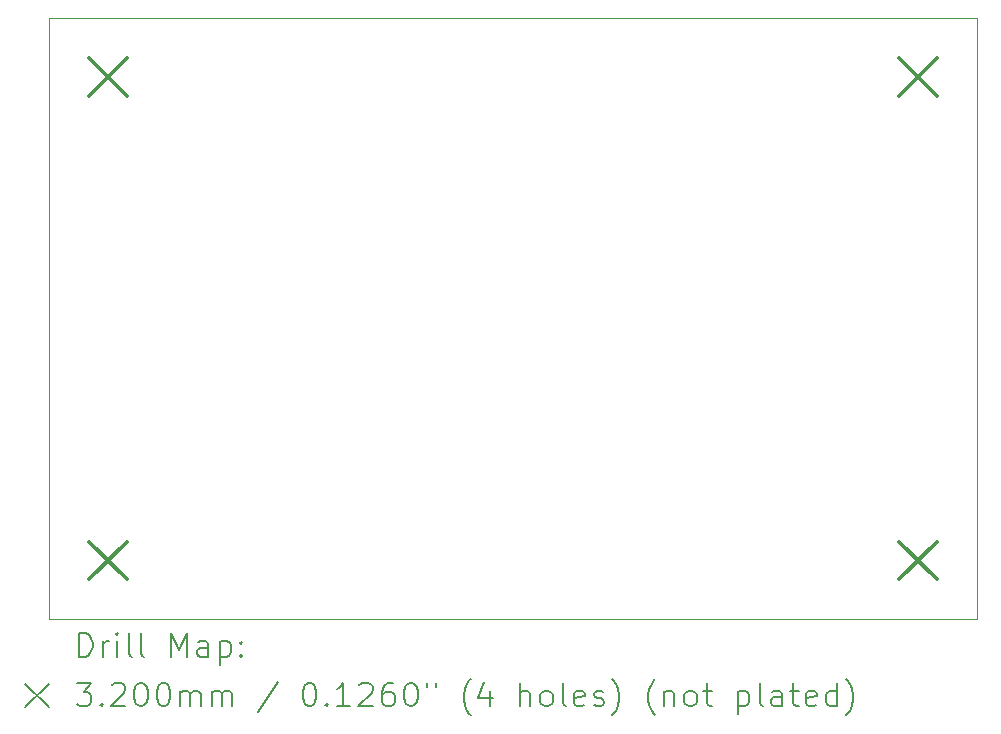
<source format=gbr>
%FSLAX45Y45*%
G04 Gerber Fmt 4.5, Leading zero omitted, Abs format (unit mm)*
G04 Created by KiCad (PCBNEW (6.0.6)) date 2022-08-27 12:41:10*
%MOMM*%
%LPD*%
G01*
G04 APERTURE LIST*
%TA.AperFunction,Profile*%
%ADD10C,0.100000*%
%TD*%
%ADD11C,0.200000*%
%ADD12C,0.320000*%
G04 APERTURE END LIST*
D10*
X14960000Y-1235000D02*
X15035000Y-1235000D01*
X15035000Y-6330000D02*
X15035000Y-1235000D01*
X7180000Y-1235000D02*
X14960000Y-1235000D01*
X7180000Y-6330000D02*
X7180000Y-1235000D01*
X7180000Y-6330000D02*
X15035000Y-6330000D01*
D11*
D12*
X7520000Y-1575000D02*
X7840000Y-1895000D01*
X7840000Y-1575000D02*
X7520000Y-1895000D01*
X7520000Y-5670000D02*
X7840000Y-5990000D01*
X7840000Y-5670000D02*
X7520000Y-5990000D01*
X14375000Y-1575000D02*
X14695000Y-1895000D01*
X14695000Y-1575000D02*
X14375000Y-1895000D01*
X14375000Y-5670000D02*
X14695000Y-5990000D01*
X14695000Y-5670000D02*
X14375000Y-5990000D01*
D11*
X7432619Y-6645476D02*
X7432619Y-6445476D01*
X7480238Y-6445476D01*
X7508809Y-6455000D01*
X7527857Y-6474048D01*
X7537381Y-6493095D01*
X7546905Y-6531190D01*
X7546905Y-6559762D01*
X7537381Y-6597857D01*
X7527857Y-6616905D01*
X7508809Y-6635952D01*
X7480238Y-6645476D01*
X7432619Y-6645476D01*
X7632619Y-6645476D02*
X7632619Y-6512143D01*
X7632619Y-6550238D02*
X7642143Y-6531190D01*
X7651667Y-6521667D01*
X7670714Y-6512143D01*
X7689762Y-6512143D01*
X7756428Y-6645476D02*
X7756428Y-6512143D01*
X7756428Y-6445476D02*
X7746905Y-6455000D01*
X7756428Y-6464524D01*
X7765952Y-6455000D01*
X7756428Y-6445476D01*
X7756428Y-6464524D01*
X7880238Y-6645476D02*
X7861190Y-6635952D01*
X7851667Y-6616905D01*
X7851667Y-6445476D01*
X7985000Y-6645476D02*
X7965952Y-6635952D01*
X7956428Y-6616905D01*
X7956428Y-6445476D01*
X8213571Y-6645476D02*
X8213571Y-6445476D01*
X8280238Y-6588333D01*
X8346905Y-6445476D01*
X8346905Y-6645476D01*
X8527857Y-6645476D02*
X8527857Y-6540714D01*
X8518333Y-6521667D01*
X8499286Y-6512143D01*
X8461190Y-6512143D01*
X8442143Y-6521667D01*
X8527857Y-6635952D02*
X8508810Y-6645476D01*
X8461190Y-6645476D01*
X8442143Y-6635952D01*
X8432619Y-6616905D01*
X8432619Y-6597857D01*
X8442143Y-6578809D01*
X8461190Y-6569286D01*
X8508810Y-6569286D01*
X8527857Y-6559762D01*
X8623095Y-6512143D02*
X8623095Y-6712143D01*
X8623095Y-6521667D02*
X8642143Y-6512143D01*
X8680238Y-6512143D01*
X8699286Y-6521667D01*
X8708810Y-6531190D01*
X8718333Y-6550238D01*
X8718333Y-6607381D01*
X8708810Y-6626428D01*
X8699286Y-6635952D01*
X8680238Y-6645476D01*
X8642143Y-6645476D01*
X8623095Y-6635952D01*
X8804048Y-6626428D02*
X8813571Y-6635952D01*
X8804048Y-6645476D01*
X8794524Y-6635952D01*
X8804048Y-6626428D01*
X8804048Y-6645476D01*
X8804048Y-6521667D02*
X8813571Y-6531190D01*
X8804048Y-6540714D01*
X8794524Y-6531190D01*
X8804048Y-6521667D01*
X8804048Y-6540714D01*
X6975000Y-6875000D02*
X7175000Y-7075000D01*
X7175000Y-6875000D02*
X6975000Y-7075000D01*
X7413571Y-6865476D02*
X7537381Y-6865476D01*
X7470714Y-6941667D01*
X7499286Y-6941667D01*
X7518333Y-6951190D01*
X7527857Y-6960714D01*
X7537381Y-6979762D01*
X7537381Y-7027381D01*
X7527857Y-7046428D01*
X7518333Y-7055952D01*
X7499286Y-7065476D01*
X7442143Y-7065476D01*
X7423095Y-7055952D01*
X7413571Y-7046428D01*
X7623095Y-7046428D02*
X7632619Y-7055952D01*
X7623095Y-7065476D01*
X7613571Y-7055952D01*
X7623095Y-7046428D01*
X7623095Y-7065476D01*
X7708809Y-6884524D02*
X7718333Y-6875000D01*
X7737381Y-6865476D01*
X7785000Y-6865476D01*
X7804048Y-6875000D01*
X7813571Y-6884524D01*
X7823095Y-6903571D01*
X7823095Y-6922619D01*
X7813571Y-6951190D01*
X7699286Y-7065476D01*
X7823095Y-7065476D01*
X7946905Y-6865476D02*
X7965952Y-6865476D01*
X7985000Y-6875000D01*
X7994524Y-6884524D01*
X8004048Y-6903571D01*
X8013571Y-6941667D01*
X8013571Y-6989286D01*
X8004048Y-7027381D01*
X7994524Y-7046428D01*
X7985000Y-7055952D01*
X7965952Y-7065476D01*
X7946905Y-7065476D01*
X7927857Y-7055952D01*
X7918333Y-7046428D01*
X7908809Y-7027381D01*
X7899286Y-6989286D01*
X7899286Y-6941667D01*
X7908809Y-6903571D01*
X7918333Y-6884524D01*
X7927857Y-6875000D01*
X7946905Y-6865476D01*
X8137381Y-6865476D02*
X8156428Y-6865476D01*
X8175476Y-6875000D01*
X8185000Y-6884524D01*
X8194524Y-6903571D01*
X8204048Y-6941667D01*
X8204048Y-6989286D01*
X8194524Y-7027381D01*
X8185000Y-7046428D01*
X8175476Y-7055952D01*
X8156428Y-7065476D01*
X8137381Y-7065476D01*
X8118333Y-7055952D01*
X8108809Y-7046428D01*
X8099286Y-7027381D01*
X8089762Y-6989286D01*
X8089762Y-6941667D01*
X8099286Y-6903571D01*
X8108809Y-6884524D01*
X8118333Y-6875000D01*
X8137381Y-6865476D01*
X8289762Y-7065476D02*
X8289762Y-6932143D01*
X8289762Y-6951190D02*
X8299286Y-6941667D01*
X8318333Y-6932143D01*
X8346905Y-6932143D01*
X8365952Y-6941667D01*
X8375476Y-6960714D01*
X8375476Y-7065476D01*
X8375476Y-6960714D02*
X8385000Y-6941667D01*
X8404048Y-6932143D01*
X8432619Y-6932143D01*
X8451667Y-6941667D01*
X8461190Y-6960714D01*
X8461190Y-7065476D01*
X8556429Y-7065476D02*
X8556429Y-6932143D01*
X8556429Y-6951190D02*
X8565952Y-6941667D01*
X8585000Y-6932143D01*
X8613571Y-6932143D01*
X8632619Y-6941667D01*
X8642143Y-6960714D01*
X8642143Y-7065476D01*
X8642143Y-6960714D02*
X8651667Y-6941667D01*
X8670714Y-6932143D01*
X8699286Y-6932143D01*
X8718333Y-6941667D01*
X8727857Y-6960714D01*
X8727857Y-7065476D01*
X9118333Y-6855952D02*
X8946905Y-7113095D01*
X9375476Y-6865476D02*
X9394524Y-6865476D01*
X9413571Y-6875000D01*
X9423095Y-6884524D01*
X9432619Y-6903571D01*
X9442143Y-6941667D01*
X9442143Y-6989286D01*
X9432619Y-7027381D01*
X9423095Y-7046428D01*
X9413571Y-7055952D01*
X9394524Y-7065476D01*
X9375476Y-7065476D01*
X9356429Y-7055952D01*
X9346905Y-7046428D01*
X9337381Y-7027381D01*
X9327857Y-6989286D01*
X9327857Y-6941667D01*
X9337381Y-6903571D01*
X9346905Y-6884524D01*
X9356429Y-6875000D01*
X9375476Y-6865476D01*
X9527857Y-7046428D02*
X9537381Y-7055952D01*
X9527857Y-7065476D01*
X9518333Y-7055952D01*
X9527857Y-7046428D01*
X9527857Y-7065476D01*
X9727857Y-7065476D02*
X9613571Y-7065476D01*
X9670714Y-7065476D02*
X9670714Y-6865476D01*
X9651667Y-6894048D01*
X9632619Y-6913095D01*
X9613571Y-6922619D01*
X9804048Y-6884524D02*
X9813571Y-6875000D01*
X9832619Y-6865476D01*
X9880238Y-6865476D01*
X9899286Y-6875000D01*
X9908810Y-6884524D01*
X9918333Y-6903571D01*
X9918333Y-6922619D01*
X9908810Y-6951190D01*
X9794524Y-7065476D01*
X9918333Y-7065476D01*
X10089762Y-6865476D02*
X10051667Y-6865476D01*
X10032619Y-6875000D01*
X10023095Y-6884524D01*
X10004048Y-6913095D01*
X9994524Y-6951190D01*
X9994524Y-7027381D01*
X10004048Y-7046428D01*
X10013571Y-7055952D01*
X10032619Y-7065476D01*
X10070714Y-7065476D01*
X10089762Y-7055952D01*
X10099286Y-7046428D01*
X10108810Y-7027381D01*
X10108810Y-6979762D01*
X10099286Y-6960714D01*
X10089762Y-6951190D01*
X10070714Y-6941667D01*
X10032619Y-6941667D01*
X10013571Y-6951190D01*
X10004048Y-6960714D01*
X9994524Y-6979762D01*
X10232619Y-6865476D02*
X10251667Y-6865476D01*
X10270714Y-6875000D01*
X10280238Y-6884524D01*
X10289762Y-6903571D01*
X10299286Y-6941667D01*
X10299286Y-6989286D01*
X10289762Y-7027381D01*
X10280238Y-7046428D01*
X10270714Y-7055952D01*
X10251667Y-7065476D01*
X10232619Y-7065476D01*
X10213571Y-7055952D01*
X10204048Y-7046428D01*
X10194524Y-7027381D01*
X10185000Y-6989286D01*
X10185000Y-6941667D01*
X10194524Y-6903571D01*
X10204048Y-6884524D01*
X10213571Y-6875000D01*
X10232619Y-6865476D01*
X10375476Y-6865476D02*
X10375476Y-6903571D01*
X10451667Y-6865476D02*
X10451667Y-6903571D01*
X10746905Y-7141667D02*
X10737381Y-7132143D01*
X10718333Y-7103571D01*
X10708810Y-7084524D01*
X10699286Y-7055952D01*
X10689762Y-7008333D01*
X10689762Y-6970238D01*
X10699286Y-6922619D01*
X10708810Y-6894048D01*
X10718333Y-6875000D01*
X10737381Y-6846428D01*
X10746905Y-6836905D01*
X10908810Y-6932143D02*
X10908810Y-7065476D01*
X10861190Y-6855952D02*
X10813571Y-6998809D01*
X10937381Y-6998809D01*
X11165952Y-7065476D02*
X11165952Y-6865476D01*
X11251667Y-7065476D02*
X11251667Y-6960714D01*
X11242143Y-6941667D01*
X11223095Y-6932143D01*
X11194524Y-6932143D01*
X11175476Y-6941667D01*
X11165952Y-6951190D01*
X11375476Y-7065476D02*
X11356428Y-7055952D01*
X11346905Y-7046428D01*
X11337381Y-7027381D01*
X11337381Y-6970238D01*
X11346905Y-6951190D01*
X11356428Y-6941667D01*
X11375476Y-6932143D01*
X11404048Y-6932143D01*
X11423095Y-6941667D01*
X11432619Y-6951190D01*
X11442143Y-6970238D01*
X11442143Y-7027381D01*
X11432619Y-7046428D01*
X11423095Y-7055952D01*
X11404048Y-7065476D01*
X11375476Y-7065476D01*
X11556428Y-7065476D02*
X11537381Y-7055952D01*
X11527857Y-7036905D01*
X11527857Y-6865476D01*
X11708809Y-7055952D02*
X11689762Y-7065476D01*
X11651667Y-7065476D01*
X11632619Y-7055952D01*
X11623095Y-7036905D01*
X11623095Y-6960714D01*
X11632619Y-6941667D01*
X11651667Y-6932143D01*
X11689762Y-6932143D01*
X11708809Y-6941667D01*
X11718333Y-6960714D01*
X11718333Y-6979762D01*
X11623095Y-6998809D01*
X11794524Y-7055952D02*
X11813571Y-7065476D01*
X11851667Y-7065476D01*
X11870714Y-7055952D01*
X11880238Y-7036905D01*
X11880238Y-7027381D01*
X11870714Y-7008333D01*
X11851667Y-6998809D01*
X11823095Y-6998809D01*
X11804048Y-6989286D01*
X11794524Y-6970238D01*
X11794524Y-6960714D01*
X11804048Y-6941667D01*
X11823095Y-6932143D01*
X11851667Y-6932143D01*
X11870714Y-6941667D01*
X11946905Y-7141667D02*
X11956428Y-7132143D01*
X11975476Y-7103571D01*
X11985000Y-7084524D01*
X11994524Y-7055952D01*
X12004048Y-7008333D01*
X12004048Y-6970238D01*
X11994524Y-6922619D01*
X11985000Y-6894048D01*
X11975476Y-6875000D01*
X11956428Y-6846428D01*
X11946905Y-6836905D01*
X12308809Y-7141667D02*
X12299286Y-7132143D01*
X12280238Y-7103571D01*
X12270714Y-7084524D01*
X12261190Y-7055952D01*
X12251667Y-7008333D01*
X12251667Y-6970238D01*
X12261190Y-6922619D01*
X12270714Y-6894048D01*
X12280238Y-6875000D01*
X12299286Y-6846428D01*
X12308809Y-6836905D01*
X12385000Y-6932143D02*
X12385000Y-7065476D01*
X12385000Y-6951190D02*
X12394524Y-6941667D01*
X12413571Y-6932143D01*
X12442143Y-6932143D01*
X12461190Y-6941667D01*
X12470714Y-6960714D01*
X12470714Y-7065476D01*
X12594524Y-7065476D02*
X12575476Y-7055952D01*
X12565952Y-7046428D01*
X12556428Y-7027381D01*
X12556428Y-6970238D01*
X12565952Y-6951190D01*
X12575476Y-6941667D01*
X12594524Y-6932143D01*
X12623095Y-6932143D01*
X12642143Y-6941667D01*
X12651667Y-6951190D01*
X12661190Y-6970238D01*
X12661190Y-7027381D01*
X12651667Y-7046428D01*
X12642143Y-7055952D01*
X12623095Y-7065476D01*
X12594524Y-7065476D01*
X12718333Y-6932143D02*
X12794524Y-6932143D01*
X12746905Y-6865476D02*
X12746905Y-7036905D01*
X12756428Y-7055952D01*
X12775476Y-7065476D01*
X12794524Y-7065476D01*
X13013571Y-6932143D02*
X13013571Y-7132143D01*
X13013571Y-6941667D02*
X13032619Y-6932143D01*
X13070714Y-6932143D01*
X13089762Y-6941667D01*
X13099286Y-6951190D01*
X13108809Y-6970238D01*
X13108809Y-7027381D01*
X13099286Y-7046428D01*
X13089762Y-7055952D01*
X13070714Y-7065476D01*
X13032619Y-7065476D01*
X13013571Y-7055952D01*
X13223095Y-7065476D02*
X13204048Y-7055952D01*
X13194524Y-7036905D01*
X13194524Y-6865476D01*
X13385000Y-7065476D02*
X13385000Y-6960714D01*
X13375476Y-6941667D01*
X13356428Y-6932143D01*
X13318333Y-6932143D01*
X13299286Y-6941667D01*
X13385000Y-7055952D02*
X13365952Y-7065476D01*
X13318333Y-7065476D01*
X13299286Y-7055952D01*
X13289762Y-7036905D01*
X13289762Y-7017857D01*
X13299286Y-6998809D01*
X13318333Y-6989286D01*
X13365952Y-6989286D01*
X13385000Y-6979762D01*
X13451667Y-6932143D02*
X13527857Y-6932143D01*
X13480238Y-6865476D02*
X13480238Y-7036905D01*
X13489762Y-7055952D01*
X13508809Y-7065476D01*
X13527857Y-7065476D01*
X13670714Y-7055952D02*
X13651667Y-7065476D01*
X13613571Y-7065476D01*
X13594524Y-7055952D01*
X13585000Y-7036905D01*
X13585000Y-6960714D01*
X13594524Y-6941667D01*
X13613571Y-6932143D01*
X13651667Y-6932143D01*
X13670714Y-6941667D01*
X13680238Y-6960714D01*
X13680238Y-6979762D01*
X13585000Y-6998809D01*
X13851667Y-7065476D02*
X13851667Y-6865476D01*
X13851667Y-7055952D02*
X13832619Y-7065476D01*
X13794524Y-7065476D01*
X13775476Y-7055952D01*
X13765952Y-7046428D01*
X13756428Y-7027381D01*
X13756428Y-6970238D01*
X13765952Y-6951190D01*
X13775476Y-6941667D01*
X13794524Y-6932143D01*
X13832619Y-6932143D01*
X13851667Y-6941667D01*
X13927857Y-7141667D02*
X13937381Y-7132143D01*
X13956428Y-7103571D01*
X13965952Y-7084524D01*
X13975476Y-7055952D01*
X13985000Y-7008333D01*
X13985000Y-6970238D01*
X13975476Y-6922619D01*
X13965952Y-6894048D01*
X13956428Y-6875000D01*
X13937381Y-6846428D01*
X13927857Y-6836905D01*
M02*

</source>
